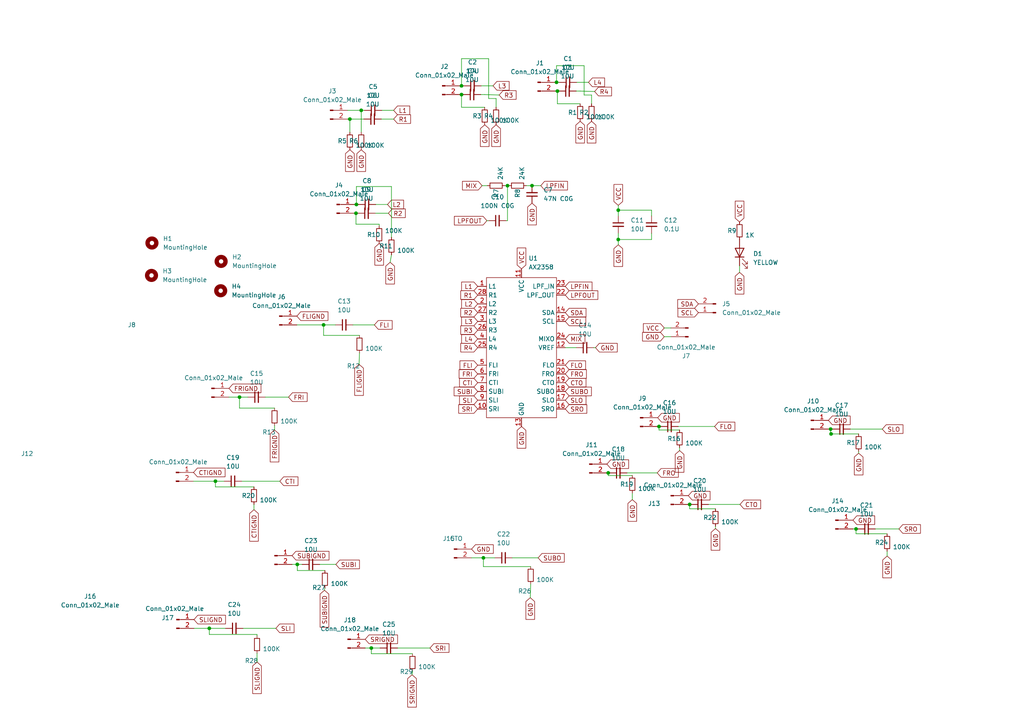
<source format=kicad_sch>
(kicad_sch (version 20211123) (generator eeschema)
  (paper "A4")
  (lib_symbols
    (symbol "Audio:AX2358"
      (property "Reference" "U" (at 0 0 0))
      (property "Value" "AX2358" (at 0 0 0))
      (symbol "AX2358_0_1"
        (polyline (pts (xy -10.16 50.8) (xy -10.16 12.7) (xy 10.16 12.7) (xy 10.16 53.34) (xy -10.16 53.34) (xy -10.16 50.8)))
      )
      (symbol "AX2358_1_1"
        (pin input line (at -12.7 50.8 0) (length 2.54) (name "L1") (number "1"))
        (pin input line (at -12.7 15.24 0) (length 2.54) (name "SRI") (number "10"))
        (pin input line (at 0 55.88 270) (length 2.54) (name "VCC") (number "11"))
        (pin output line (at 12.7 33.02 180) (length 2.54) (name "VREF") (number "12"))
        (pin input line (at 0 10.16 90) (length 2.54) (name "GND") (number "13"))
        (pin bidirectional line (at 12.7 43.18 180) (length 2.54) (name "SDA") (number "14"))
        (pin bidirectional line (at 12.7 40.64 180) (length 2.54) (name "SCL") (number "15"))
        (pin output line (at 12.7 15.24 180) (length 2.54) (name "SRO") (number "16"))
        (pin output line (at 12.7 17.78 180) (length 2.54) (name "SLO") (number "17"))
        (pin output line (at 12.7 20.32 180) (length 2.54) (name "SUBO") (number "18"))
        (pin output line (at 12.7 22.86 180) (length 2.54) (name "CTO") (number "19"))
        (pin input line (at -12.7 45.72 0) (length 2.54) (name "L2") (number "2"))
        (pin output line (at 12.7 25.4 180) (length 2.54) (name "FRO") (number "20"))
        (pin output line (at 12.7 27.94 180) (length 2.54) (name "FLO") (number "21"))
        (pin output line (at 12.7 48.26 180) (length 2.54) (name "LPF_OUT") (number "22"))
        (pin input line (at 12.7 50.8 180) (length 2.54) (name "LPF_IN") (number "23"))
        (pin output line (at 12.7 35.56 180) (length 2.54) (name "MIXO") (number "24"))
        (pin input line (at -12.7 33.02 0) (length 2.54) (name "R4") (number "25"))
        (pin input line (at -12.7 38.1 0) (length 2.54) (name "R3") (number "26"))
        (pin input line (at -12.7 43.18 0) (length 2.54) (name "R2") (number "27"))
        (pin input line (at -12.7 48.26 0) (length 2.54) (name "R1") (number "28"))
        (pin input line (at -12.7 40.64 0) (length 2.54) (name "L3") (number "3"))
        (pin input line (at -12.7 35.56 0) (length 2.54) (name "L4") (number "4"))
        (pin input line (at -12.7 27.94 0) (length 2.54) (name "FLI") (number "5"))
        (pin input line (at -12.7 25.4 0) (length 2.54) (name "FRI") (number "6"))
        (pin input line (at -12.7 22.86 0) (length 2.54) (name "CTI") (number "7"))
        (pin input line (at -12.7 20.32 0) (length 2.54) (name "SUBI") (number "8"))
        (pin input line (at -12.7 17.78 0) (length 2.54) (name "SLI") (number "9"))
      )
    )
    (symbol "Connector:Conn_01x02_Male" (pin_names (offset 1.016) hide)
      (property "Reference" "J" (at 0 2.54 0))
      (property "Value" "Conn_01x02_Male" (at 0 -5.08 0))
      (symbol "Conn_01x02_Male_1_1"
        (polyline (pts (xy 1.27 -2.54) (xy 0.8636 -2.54)) (stroke (width 0.1524)))
        (polyline (pts (xy 1.27 0) (xy 0.8636 0)) (stroke (width 0.1524)))
        (rectangle (start 0.8636 -2.413) (end 0 -2.667) (stroke (width 0.1524)) (fill (type outline)))
        (rectangle (start 0.8636 0.127) (end 0 -0.127) (stroke (width 0.1524)) (fill (type outline)))
        (pin passive line (at 5.08 0 180) (length 3.81) (name "Pin_1") (number "1"))
        (pin passive line (at 5.08 -2.54 180) (length 3.81) (name "Pin_2") (number "2"))
      )
    )
    (symbol "Device:C_Small" (pin_numbers hide) (pin_names (offset 0.254) hide)
      (property "Reference" "C" (at 0.254 1.778 0))
      (property "Value" "C_Small" (at 0.254 -2.032 0))
      (symbol "C_Small_0_1"
        (polyline (pts (xy -1.524 -0.508) (xy 1.524 -0.508)) (stroke (width 0.3302)))
        (polyline (pts (xy -1.524 0.508) (xy 1.524 0.508)) (stroke (width 0.3048)))
      )
      (symbol "C_Small_1_1"
        (pin passive line (at 0 2.54 270) (length 2.032) (name "~") (number "1"))
        (pin passive line (at 0 -2.54 90) (length 2.032) (name "~") (number "2"))
      )
    )
    (symbol "Device:LED" (pin_numbers hide) (pin_names (offset 1.016) hide)
      (property "Reference" "D" (at 0 2.54 0))
      (property "Value" "LED" (at 0 -2.54 0))
      (symbol "LED_0_1"
        (polyline (pts (xy -1.27 -1.27) (xy -1.27 1.27)) (stroke (width 0.254)))
        (polyline (pts (xy -1.27 0) (xy 1.27 0)))
        (polyline (pts (xy 1.27 -1.27) (xy 1.27 1.27) (xy -1.27 0) (xy 1.27 -1.27)) (stroke (width 0.254)))
        (polyline (pts (xy -3.048 -0.762) (xy -4.572 -2.286) (xy -3.81 -2.286) (xy -4.572 -2.286) (xy -4.572 -1.524)))
        (polyline (pts (xy -1.778 -0.762) (xy -3.302 -2.286) (xy -2.54 -2.286) (xy -3.302 -2.286) (xy -3.302 -1.524)))
      )
      (symbol "LED_1_1"
        (pin passive line (at -3.81 0 0) (length 2.54) (name "K") (number "1"))
        (pin passive line (at 3.81 0 180) (length 2.54) (name "A") (number "2"))
      )
    )
    (symbol "Device:R_Small" (pin_numbers hide) (pin_names (offset 0.254) hide)
      (property "Reference" "R" (at 0.762 0.508 0))
      (property "Value" "R_Small" (at 0.762 -1.016 0))
      (symbol "R_Small_0_1"
        (rectangle (start -0.762 1.778) (end 0.762 -1.778) (stroke (width 0.2032)))
      )
      (symbol "R_Small_1_1"
        (pin passive line (at 0 2.54 270) (length 0.762) (name "~") (number "1"))
        (pin passive line (at 0 -2.54 90) (length 0.762) (name "~") (number "2"))
      )
    )
    (symbol "Mechanical:MountingHole" (pin_names (offset 1.016))
      (property "Reference" "H" (at 0 5.08 0))
      (property "Value" "MountingHole" (at 0 3.175 0))
      (symbol "MountingHole_0_1"
        (circle (center 0 0) (radius 1.27) (stroke (width 1.27)))
      )
    )
  )
  (junction (at 69.469 115.189))
  (junction (at 179.324 60.96))
  (junction (at 104.775 32.004))
  (junction (at 161.417 23.876))
  (junction (at 103.378 59.309))
  (junction (at 103.251 61.849))
  (junction (at 241.046 125.857))
  (junction (at 101.473 34.544))
  (junction (at 179.324 69.469))
  (junction (at 60.706 182.245))
  (junction (at 147.193 53.848))
  (junction (at 140.208 161.798))
  (junction (at 176.403 137.16))
  (junction (at 107.696 187.96))
  (junction (at 240.919 124.46))
  (junction (at 93.853 94.234))
  (junction (at 86.233 163.703))
  (junction (at 191.135 123.698))
  (junction (at 133.858 27.432))
  (junction (at 154.305 53.848))
  (junction (at 161.671 26.416))
  (junction (at 248.285 153.416))
  (junction (at 62.484 139.573))
  (junction (at 200.025 146.304))
  (junction (at 133.858 24.892))
  (wire (pts (xy 62.484 139.573) (xy 62.484 141.224)))
  (wire (pts (xy 94.107 171.196) (xy 94.234 170.561)))
  (wire (pts (xy 161.036 26.416) (xy 161.671 26.416)))
  (wire (pts (xy 110.744 32.004) (xy 114.173 32.004)))
  (wire (pts (xy 110.617 34.544) (xy 114.173 34.544)))
  (wire (pts (xy 104.775 32.004) (xy 104.775 38.354)))
  (wire (pts (xy 103.251 61.849) (xy 103.251 65.024)))
  (wire (pts (xy 183.388 143.002) (xy 183.388 144.907)))
  (wire (pts (xy 140.589 27.432) (xy 144.78 27.559)))
  (wire (pts (xy 86.233 163.703) (xy 86.233 165.481)))
  (wire (pts (xy 194.564 97.663) (xy 192.659 97.663)))
  (wire (pts (xy 207.518 152.654) (xy 207.518 153.289)))
  (wire (pts (xy 147.193 53.848) (xy 146.431 53.848)))
  (wire (pts (xy 107.696 187.96) (xy 105.918 187.96)))
  (wire (pts (xy 133.858 24.892) (xy 133.35 24.892)))
  (wire (pts (xy 143.891 31.115) (xy 143.891 28.575)))
  (wire (pts (xy 197.104 129.794) (xy 197.104 130.683)))
  (wire (pts (xy 113.538 54.102) (xy 103.378 54.102)))
  (wire (pts (xy 93.853 97.282) (xy 104.267 97.282)))
  (wire (pts (xy 161.671 30.099) (xy 168.275 30.099)))
  (wire (pts (xy 69.469 115.189) (xy 66.421 115.189)))
  (wire (pts (xy 154.305 53.848) (xy 152.654 53.848)))
  (wire (pts (xy 107.696 189.611) (xy 119.634 189.611)))
  (wire (pts (xy 257.302 159.893) (xy 257.302 161.29)))
  (wire (pts (xy 133.35 27.432) (xy 133.858 27.432)))
  (wire (pts (xy 108.839 61.849) (xy 112.649 61.849)))
  (wire (pts (xy 113.538 73.914) (xy 113.157 76.073)))
  (wire (pts (xy 69.469 118.364) (xy 79.629 118.364)))
  (wire (pts (xy 179.324 70.993) (xy 179.324 69.469)))
  (wire (pts (xy 161.417 19.05) (xy 161.417 23.876)))
  (wire (pts (xy 156.845 53.848) (xy 154.305 53.848)))
  (wire (pts (xy 248.285 153.416) (xy 247.396 153.416)))
  (wire (pts (xy 133.858 31.115) (xy 140.589 31.115)))
  (wire (pts (xy 171.577 30.099) (xy 171.577 27.559)))
  (wire (pts (xy 205.486 146.304) (xy 214.63 146.304)))
  (wire (pts (xy 176.403 137.16) (xy 176.022 137.16)))
  (wire (pts (xy 100.838 34.544) (xy 101.473 34.544)))
  (wire (pts (xy 74.549 192.024) (xy 74.549 189.484)))
  (wire (pts (xy 143.51 161.798) (xy 140.208 161.798)))
  (wire (pts (xy 108.966 59.309) (xy 112.395 59.309)))
  (wire (pts (xy 60.706 182.245) (xy 60.706 184.023)))
  (wire (pts (xy 104.14 105.664) (xy 104.267 102.362)))
  (wire (pts (xy 200.025 146.304) (xy 199.644 146.304)))
  (wire (pts (xy 140.208 161.798) (xy 140.208 164.338)))
  (wire (pts (xy 133.858 27.432) (xy 134.366 27.432)))
  (wire (pts (xy 169.418 27.559) (xy 169.418 19.05)))
  (wire (pts (xy 172.72 100.838) (xy 172.212 100.838)))
  (wire (pts (xy 119.507 195.707) (xy 119.634 194.691)))
  (wire (pts (xy 191.135 124.714) (xy 197.104 124.714)))
  (wire (pts (xy 188.976 60.96) (xy 179.324 60.96)))
  (wire (pts (xy 97.282 94.234) (xy 93.853 94.234)))
  (wire (pts (xy 92.71 163.703) (xy 97.409 163.703)))
  (wire (pts (xy 141.732 17.018) (xy 133.858 17.018)))
  (wire (pts (xy 93.853 94.234) (xy 93.853 97.282)))
  (wire (pts (xy 104.775 32.004) (xy 100.838 32.004)))
  (wire (pts (xy 115.316 187.96) (xy 124.714 187.96)))
  (wire (pts (xy 248.793 153.416) (xy 248.285 153.416)))
  (wire (pts (xy 139.446 27.432) (xy 140.589 27.432)))
  (wire (pts (xy 200.025 147.574) (xy 207.518 147.574)))
  (wire (pts (xy 65.024 139.573) (xy 62.484 139.573)))
  (wire (pts (xy 107.696 187.96) (xy 107.696 189.611)))
  (wire (pts (xy 105.664 32.004) (xy 104.775 32.004)))
  (wire (pts (xy 143.891 28.575) (xy 141.732 28.575)))
  (wire (pts (xy 241.046 125.857) (xy 249.047 125.857)))
  (wire (pts (xy 179.324 60.96) (xy 179.324 62.611)))
  (wire (pts (xy 167.259 23.876) (xy 170.688 23.876)))
  (wire (pts (xy 167.132 100.838) (xy 163.957 100.838)))
  (wire (pts (xy 168.275 26.416) (xy 172.466 26.543)))
  (wire (pts (xy 196.723 123.698) (xy 207.264 123.698)))
  (wire (pts (xy 153.924 169.418) (xy 153.797 173.355)))
  (wire (pts (xy 79.629 124.714) (xy 79.629 123.444)))
  (wire (pts (xy 148.59 161.798) (xy 156.083 161.798)))
  (wire (pts (xy 161.036 23.876) (xy 161.417 23.876)))
  (wire (pts (xy 69.469 115.189) (xy 69.469 118.364)))
  (wire (pts (xy 176.784 137.16) (xy 176.403 137.16)))
  (wire (pts (xy 141.351 53.848) (xy 139.827 53.848)))
  (wire (pts (xy 110.236 187.96) (xy 107.696 187.96)))
  (wire (pts (xy 179.324 59.563) (xy 179.324 60.96)))
  (wire (pts (xy 171.577 27.559) (xy 169.418 27.559)))
  (wire (pts (xy 62.484 141.224) (xy 73.66 141.224)))
  (wire (pts (xy 102.743 59.309) (xy 103.378 59.309)))
  (wire (pts (xy 71.882 115.189) (xy 69.469 115.189)))
  (wire (pts (xy 101.473 34.544) (xy 105.537 34.544)))
  (wire (pts (xy 161.417 23.876) (xy 162.179 23.876)))
  (wire (pts (xy 241.554 124.46) (xy 240.919 124.46)))
  (wire (pts (xy 179.324 69.469) (xy 188.976 69.469)))
  (wire (pts (xy 147.193 64.008) (xy 146.812 64.008)))
  (wire (pts (xy 167.132 26.416) (xy 168.275 26.416)))
  (wire (pts (xy 161.671 26.416) (xy 161.671 30.099)))
  (wire (pts (xy 134.493 24.892) (xy 133.858 24.892)))
  (wire (pts (xy 103.378 54.102) (xy 103.378 59.309)))
  (wire (pts (xy 70.485 182.245) (xy 80.01 182.245)))
  (wire (pts (xy 87.63 163.703) (xy 86.233 163.703)))
  (wire (pts (xy 60.706 182.245) (xy 56.261 182.245)))
  (wire (pts (xy 191.135 123.698) (xy 191.135 124.714)))
  (wire (pts (xy 74.549 184.023) (xy 74.549 184.404)))
  (wire (pts (xy 191.135 123.698) (xy 190.754 123.698)))
  (wire (pts (xy 194.564 95.123) (xy 192.659 95.123)))
  (wire (pts (xy 139.573 24.892) (xy 143.002 24.892)))
  (wire (pts (xy 93.853 94.234) (xy 86.106 94.234)))
  (wire (pts (xy 141.732 28.575) (xy 141.732 17.018)))
  (wire (pts (xy 147.193 53.848) (xy 147.193 64.008)))
  (wire (pts (xy 76.962 115.189) (xy 83.693 115.189)))
  (wire (pts (xy 188.976 69.469) (xy 188.976 67.691)))
  (wire (pts (xy 179.324 69.469) (xy 179.324 67.691)))
  (wire (pts (xy 176.403 137.16) (xy 176.403 137.922)))
  (wire (pts (xy 73.66 147.828) (xy 73.66 146.304)))
  (wire (pts (xy 240.919 125.857) (xy 241.046 125.857)))
  (wire (pts (xy 113.538 68.834) (xy 113.538 54.102)))
  (wire (pts (xy 102.743 61.849) (xy 103.251 61.849)))
  (wire (pts (xy 103.378 59.309) (xy 103.886 59.309)))
  (wire (pts (xy 141.224 64.008) (xy 141.732 64.008)))
  (wire (pts (xy 103.251 65.024) (xy 109.982 65.024)))
  (wire (pts (xy 133.858 27.432) (xy 133.858 31.115)))
  (wire (pts (xy 60.706 184.023) (xy 74.549 184.023)))
  (wire (pts (xy 248.285 154.813) (xy 257.302 154.813)))
  (wire (pts (xy 214.503 78.994) (xy 214.503 77.089)))
  (wire (pts (xy 109.982 65.024) (xy 109.982 65.532)))
  (wire (pts (xy 176.403 137.922) (xy 183.388 137.922)))
  (wire (pts (xy 147.574 53.848) (xy 147.193 53.848)))
  (wire (pts (xy 70.104 139.573) (xy 81.153 139.573)))
  (wire (pts (xy 86.233 163.703) (xy 84.709 163.703)))
  (wire (pts (xy 65.405 182.245) (xy 60.706 182.245)))
  (wire (pts (xy 191.643 123.698) (xy 191.135 123.698)))
  (wire (pts (xy 102.362 94.234) (xy 108.585 94.234)))
  (wire (pts (xy 62.484 139.573) (xy 56.134 139.573)))
  (wire (pts (xy 200.406 146.304) (xy 200.025 146.304)))
  (wire (pts (xy 169.418 19.05) (xy 161.417 19.05)))
  (wire (pts (xy 248.285 153.416) (xy 248.285 154.813)))
  (wire (pts (xy 200.025 146.304) (xy 200.025 147.574)))
  (wire (pts (xy 240.919 124.46) (xy 240.919 125.857)))
  (wire (pts (xy 86.233 165.481) (xy 94.234 165.481)))
  (wire (pts (xy 246.634 124.46) (xy 255.905 124.46)))
  (wire (pts (xy 140.208 164.338) (xy 153.924 164.338)))
  (wire (pts (xy 103.251 61.849) (xy 103.759 61.849)))
  (wire (pts (xy 253.873 153.416) (xy 260.731 153.416)))
  (wire (pts (xy 249.047 130.937) (xy 249.047 131.445)))
  (wire (pts (xy 188.976 62.611) (xy 188.976 60.96)))
  (wire (pts (xy 240.919 124.46) (xy 240.284 124.46)))
  (wire (pts (xy 133.858 17.018) (xy 133.858 24.892)))
  (wire (pts (xy 181.864 137.16) (xy 190.627 137.16)))
  (wire (pts (xy 161.671 26.416) (xy 162.052 26.416)))
  (wire (pts (xy 101.473 34.544) (xy 101.473 38.354)))
  (wire (pts (xy 140.208 161.798) (xy 136.779 161.798)))
  (global_label "R2" (shape input) (at 138.557 90.678 180) (property "Intersheet References" "${INTERSHEET_REFS}" (effects hide)))
  (global_label "GND" (shape input) (at 171.577 35.179 270) (property "Intersheet References" "${INTERSHEET_REFS}" (effects hide)))
  (global_label "GND" (shape input) (at 136.779 159.258 0) (property "Intersheet References" "${INTERSHEET_REFS}" (effects hide)))
  (global_label "LPFIN" (shape input) (at 156.845 53.848 0) (property "Intersheet References" "${INTERSHEET_REFS}" (effects hide)))
  (global_label "GND" (shape input) (at 207.518 153.289 270) (property "Intersheet References" "${INTERSHEET_REFS}" (effects hide)))
  (global_label "GND" (shape input) (at 199.644 143.764 0) (property "Intersheet References" "${INTERSHEET_REFS}" (effects hide)))
  (global_label "R1" (shape input) (at 138.557 85.598 180) (property "Intersheet References" "${INTERSHEET_REFS}" (effects hide)))
  (global_label "GND" (shape input) (at 214.503 78.994 270) (property "Intersheet References" "${INTERSHEET_REFS}" (effects hide)))
  (global_label "FRI" (shape input) (at 138.557 108.458 180) (property "Intersheet References" "${INTERSHEET_REFS}" (effects hide)))
  (global_label "VCC" (shape input) (at 214.503 64.389 90) (property "Intersheet References" "${INTERSHEET_REFS}" (effects hide)))
  (global_label "SLI" (shape input) (at 138.557 116.078 180) (property "Intersheet References" "${INTERSHEET_REFS}" (effects hide)))
  (global_label "SUBIGND" (shape input) (at 84.709 161.163 0) (property "Intersheet References" "${INTERSHEET_REFS}" (effects hide)))
  (global_label "CTIGND" (shape input) (at 56.134 137.033 0) (property "Intersheet References" "${INTERSHEET_REFS}" (effects hide)))
  (global_label "FLI" (shape input) (at 108.585 94.234 0) (property "Intersheet References" "${INTERSHEET_REFS}" (effects hide)))
  (global_label "SLIGND" (shape input) (at 56.261 179.705 0) (property "Intersheet References" "${INTERSHEET_REFS}" (effects hide)))
  (global_label "GND" (shape input) (at 168.275 35.179 270) (property "Intersheet References" "${INTERSHEET_REFS}" (effects hide)))
  (global_label "GND" (shape input) (at 104.775 43.434 270) (property "Intersheet References" "${INTERSHEET_REFS}" (effects hide)))
  (global_label "SCL" (shape input) (at 163.957 93.218 0) (property "Intersheet References" "${INTERSHEET_REFS}" (effects hide)))
  (global_label "SRIGND" (shape input) (at 105.918 185.42 0) (property "Intersheet References" "${INTERSHEET_REFS}" (effects hide)))
  (global_label "L4" (shape input) (at 138.557 98.298 180) (property "Intersheet References" "${INTERSHEET_REFS}" (effects hide)))
  (global_label "GND" (shape input) (at 257.302 161.29 270) (property "Intersheet References" "${INTERSHEET_REFS}" (effects hide)))
  (global_label "VCC" (shape input) (at 151.257 77.978 90) (property "Intersheet References" "${INTERSHEET_REFS}" (effects hide)))
  (global_label "GND" (shape input) (at 183.388 144.907 270) (property "Intersheet References" "${INTERSHEET_REFS}" (effects hide)))
  (global_label "L1" (shape input) (at 114.173 32.004 0) (property "Intersheet References" "${INTERSHEET_REFS}" (effects hide)))
  (global_label "GND" (shape input) (at 143.891 36.195 270) (property "Intersheet References" "${INTERSHEET_REFS}" (effects hide)))
  (global_label "SLO" (shape input) (at 255.905 124.46 0) (property "Intersheet References" "${INTERSHEET_REFS}" (effects hide)))
  (global_label "LPFOUT" (shape input) (at 163.957 85.598 0) (property "Intersheet References" "${INTERSHEET_REFS}" (effects hide)))
  (global_label "FRIGND" (shape input) (at 66.421 112.649 0) (property "Intersheet References" "${INTERSHEET_REFS}" (effects hide)))
  (global_label "L2" (shape input) (at 112.395 59.309 0) (property "Intersheet References" "${INTERSHEET_REFS}" (effects hide)))
  (global_label "LPFIN" (shape input) (at 163.957 83.058 0) (property "Intersheet References" "${INTERSHEET_REFS}" (effects hide)))
  (global_label "R3" (shape input) (at 144.78 27.559 0) (property "Intersheet References" "${INTERSHEET_REFS}" (effects hide)))
  (global_label "VCC" (shape input) (at 179.324 59.563 90) (property "Intersheet References" "${INTERSHEET_REFS}" (effects hide)))
  (global_label "GND" (shape input) (at 176.022 134.62 0) (property "Intersheet References" "${INTERSHEET_REFS}" (effects hide)))
  (global_label "GND" (shape input) (at 247.396 150.876 0) (property "Intersheet References" "${INTERSHEET_REFS}" (effects hide)))
  (global_label "MIX" (shape input) (at 163.957 98.298 0) (property "Intersheet References" "${INTERSHEET_REFS}" (effects hide)))
  (global_label "R2" (shape input) (at 112.649 61.849 0) (property "Intersheet References" "${INTERSHEET_REFS}" (effects hide)))
  (global_label "SLI" (shape input) (at 80.01 182.245 0) (property "Intersheet References" "${INTERSHEET_REFS}" (effects hide)))
  (global_label "FRI" (shape input) (at 83.693 115.189 0) (property "Intersheet References" "${INTERSHEET_REFS}" (effects hide)))
  (global_label "R4" (shape input) (at 172.466 26.543 0) (property "Intersheet References" "${INTERSHEET_REFS}" (effects hide)))
  (global_label "SUBO" (shape input) (at 163.957 113.538 0) (property "Intersheet References" "${INTERSHEET_REFS}" (effects hide)))
  (global_label "GND" (shape input) (at 240.284 121.92 0) (property "Intersheet References" "${INTERSHEET_REFS}" (effects hide)))
  (global_label "GND" (shape input) (at 179.324 70.993 270) (property "Intersheet References" "${INTERSHEET_REFS}" (effects hide)))
  (global_label "SDA" (shape input) (at 202.565 88.138 180) (property "Intersheet References" "${INTERSHEET_REFS}" (effects hide)))
  (global_label "GND" (shape input) (at 151.257 123.698 270) (property "Intersheet References" "${INTERSHEET_REFS}" (effects hide)))
  (global_label "SLIGND" (shape input) (at 74.549 192.024 270) (property "Intersheet References" "${INTERSHEET_REFS}" (effects hide)))
  (global_label "SRIGND" (shape input) (at 119.507 195.707 270) (property "Intersheet References" "${INTERSHEET_REFS}" (effects hide)))
  (global_label "L2" (shape input) (at 138.557 88.138 180) (property "Intersheet References" "${INTERSHEET_REFS}" (effects hide)))
  (global_label "FRO" (shape input) (at 190.627 137.16 0) (property "Intersheet References" "${INTERSHEET_REFS}" (effects hide)))
  (global_label "R1" (shape input) (at 114.173 34.544 0) (property "Intersheet References" "${INTERSHEET_REFS}" (effects hide)))
  (global_label "GND" (shape input) (at 140.589 36.195 270) (property "Intersheet References" "${INTERSHEET_REFS}" (effects hide)))
  (global_label "SUBIGND" (shape input) (at 94.107 171.196 270) (property "Intersheet References" "${INTERSHEET_REFS}" (effects hide)))
  (global_label "SDA" (shape input) (at 163.957 90.678 0) (property "Intersheet References" "${INTERSHEET_REFS}" (effects hide)))
  (global_label "GND" (shape input) (at 197.104 130.683 270) (property "Intersheet References" "${INTERSHEET_REFS}" (effects hide)))
  (global_label "FLIGND" (shape input) (at 104.14 105.664 270) (property "Intersheet References" "${INTERSHEET_REFS}" (effects hide)))
  (global_label "FRIGND" (shape input) (at 79.629 124.714 270) (property "Intersheet References" "${INTERSHEET_REFS}" (effects hide)))
  (global_label "SRO" (shape input) (at 163.957 118.618 0) (property "Intersheet References" "${INTERSHEET_REFS}" (effects hide)))
  (global_label "L1" (shape input) (at 138.557 83.058 180) (property "Intersheet References" "${INTERSHEET_REFS}" (effects hide)))
  (global_label "FLIGND" (shape input) (at 86.106 91.694 0) (property "Intersheet References" "${INTERSHEET_REFS}" (effects hide)))
  (global_label "CTIGND" (shape input) (at 73.66 147.828 270) (property "Intersheet References" "${INTERSHEET_REFS}" (effects hide)))
  (global_label "SCL" (shape input) (at 202.565 90.678 180) (property "Intersheet References" "${INTERSHEET_REFS}" (effects hide)))
  (global_label "GND" (shape input) (at 109.982 70.612 270) (property "Intersheet References" "${INTERSHEET_REFS}" (effects hide)))
  (global_label "SLO" (shape input) (at 163.957 116.078 0) (property "Intersheet References" "${INTERSHEET_REFS}" (effects hide)))
  (global_label "R4" (shape input) (at 138.557 100.838 180) (property "Intersheet References" "${INTERSHEET_REFS}" (effects hide)))
  (global_label "L4" (shape input) (at 170.688 23.876 0) (property "Intersheet References" "${INTERSHEET_REFS}" (effects hide)))
  (global_label "GND" (shape input) (at 101.473 43.434 270) (property "Intersheet References" "${INTERSHEET_REFS}" (effects hide)))
  (global_label "FRO" (shape input) (at 163.957 108.458 0) (property "Intersheet References" "${INTERSHEET_REFS}" (effects hide)))
  (global_label "L3" (shape input) (at 138.557 93.218 180) (property "Intersheet References" "${INTERSHEET_REFS}" (effects hide)))
  (global_label "SRI" (shape input) (at 138.557 118.618 180) (property "Intersheet References" "${INTERSHEET_REFS}" (effects hide)))
  (global_label "SRI" (shape input) (at 124.714 187.96 0) (property "Intersheet References" "${INTERSHEET_REFS}" (effects hide)))
  (global_label "FLO" (shape input) (at 163.957 105.918 0) (property "Intersheet References" "${INTERSHEET_REFS}" (effects hide)))
  (global_label "SUBI" (shape input) (at 97.409 163.703 0) (property "Intersheet References" "${INTERSHEET_REFS}" (effects hide)))
  (global_label "CTI" (shape input) (at 138.557 110.998 180) (property "Intersheet References" "${INTERSHEET_REFS}" (effects hide)))
  (global_label "GND" (shape input) (at 172.72 100.838 0) (property "Intersheet References" "${INTERSHEET_REFS}" (effects hide)))
  (global_label "SUBO" (shape input) (at 156.083 161.798 0) (property "Intersheet References" "${INTERSHEET_REFS}" (effects hide)))
  (global_label "LPFOUT" (shape input) (at 141.224 64.008 180) (property "Intersheet References" "${INTERSHEET_REFS}" (effects hide)))
  (global_label "GND" (shape input) (at 192.659 97.663 180) (property "Intersheet References" "${INTERSHEET_REFS}" (effects hide)))
  (global_label "FLO" (shape input) (at 207.264 123.698 0) (property "Intersheet References" "${INTERSHEET_REFS}" (effects hide)))
  (global_label "MIX" (shape input) (at 139.827 53.848 180) (property "Intersheet References" "${INTERSHEET_REFS}" (effects hide)))
  (global_label "GND" (shape input) (at 153.797 173.355 270) (property "Intersheet References" "${INTERSHEET_REFS}" (effects hide)))
  (global_label "CTO" (shape input) (at 163.957 110.998 0) (property "Intersheet References" "${INTERSHEET_REFS}" (effects hide)))
  (global_label "GND" (shape input) (at 113.157 76.073 270) (property "Intersheet References" "${INTERSHEET_REFS}" (effects hide)))
  (global_label "GND" (shape input) (at 190.754 121.158 0) (property "Intersheet References" "${INTERSHEET_REFS}" (effects hide)))
  (global_label "FLI" (shape input) (at 138.557 105.918 180) (property "Intersheet References" "${INTERSHEET_REFS}" (effects hide)))
  (global_label "CTO" (shape input) (at 214.63 146.304 0) (property "Intersheet References" "${INTERSHEET_REFS}" (effects hide)))
  (global_label "R3" (shape input) (at 138.557 95.758 180) (property "Intersheet References" "${INTERSHEET_REFS}" (effects hide)))
  (global_label "GND" (shape input) (at 249.047 131.445 270) (property "Intersheet References" "${INTERSHEET_REFS}" (effects hide)))
  (global_label "SUBI" (shape input) (at 138.557 113.538 180) (property "Intersheet References" "${INTERSHEET_REFS}" (effects hide)))
  (global_label "GND" (shape input) (at 154.305 58.928 270) (property "Intersheet References" "${INTERSHEET_REFS}" (effects hide)))
  (global_label "VCC" (shape input) (at 192.659 95.123 180) (property "Intersheet References" "${INTERSHEET_REFS}" (effects hide)))
  (global_label "L3" (shape input) (at 143.002 24.892 0) (property "Intersheet References" "${INTERSHEET_REFS}" (effects hide)))
  (global_label "SRO" (shape input) (at 260.731 153.416 0) (property "Intersheet References" "${INTERSHEET_REFS}" (effects hide)))
  (global_label "CTI" (shape input) (at 81.153 139.573 0) (property "Intersheet References" "${INTERSHEET_REFS}" (effects hide)))
  (symbol (lib_id "Device:C_Small") (at 67.564 139.573 90) (unit 1)
    (property "Reference" "C19" (at 67.5703 132.715 90))
    (property "Value" "10U" (at 67.5703 135.255 90))
    (property "Footprint" "Capacitor_THT:CP_Radial_D5.0mm_P2.50mm" (effects hide))
  )
  (symbol (lib_id "Device:R_Small") (at 143.891 53.848 90) (unit 1)
    (property "Reference" "R7" (at 143.891 57.404 0) (effects (justify left)))
    (property "Value" "24K" (at 145.1609 52.197 0) (effects (justify left)))
    (property "Footprint" "Resistor_SMD:R_0805_2012Metric_Pad1.20x1.40mm_HandSolder" (effects hide))
  )
  (symbol (lib_id "Connector:Conn_01x02_Male") (at 97.663 59.309 0) (unit 1)
    (property "Reference" "J4" (at 98.298 53.721 0))
    (property "Value" "Conn_01x02_Male" (at 98.298 56.261 0))
    (property "Footprint" "Connector_JST:JST_PH_B2B-PH-K_1x02_P2.00mm_Vertical" (effects hide))
  )
  (symbol (lib_id "Device:R_Small") (at 109.982 68.072 0) (unit 1)
    (property "Reference" "R10" (at 106.426 68.072 0) (effects (justify left)))
    (property "Value" "100K" (at 111.633 66.929 0) (effects (justify left)))
    (property "Footprint" "Resistor_SMD:R_0805_2012Metric_Pad1.20x1.40mm_HandSolder" (effects hide))
  )
  (symbol (lib_id "Device:R_Small") (at 171.577 32.639 0) (unit 1)
    (property "Reference" "R2" (at 168.021 32.639 0) (effects (justify left)))
    (property "Value" "100K" (at 173.228 33.9089 0) (effects (justify left)))
    (property "Footprint" "Resistor_SMD:R_0805_2012Metric_Pad1.20x1.40mm_HandSolder" (effects hide))
  )
  (symbol (lib_id "Device:R_Small") (at 153.924 166.878 0) (unit 1)
    (property "Reference" "R26" (at 150.241 171.45 0) (effects (justify left)))
    (property "Value" "100K" (at 155.575 168.1479 0) (effects (justify left)))
    (property "Footprint" "Resistor_SMD:R_0805_2012Metric_Pad1.20x1.40mm_HandSolder" (effects hide))
  )
  (symbol (lib_id "Connector:Conn_01x02_Male") (at 100.838 185.42 0) (unit 1)
    (property "Reference" "J18" (at 101.473 179.832 0))
    (property "Value" "Conn_01x02_Male" (at 101.473 182.372 0))
    (property "Footprint" "Connector_JST:JST_PH_B2B-PH-K_1x02_P2.00mm_Vertical" (effects hide))
  )
  (symbol (lib_id "Device:R_Small") (at 140.589 33.655 0) (unit 1)
    (property "Reference" "R3" (at 137.033 33.655 0) (effects (justify left)))
    (property "Value" "100K" (at 142.24 34.9249 0) (effects (justify left)))
    (property "Footprint" "Resistor_SMD:R_0805_2012Metric_Pad1.20x1.40mm_HandSolder" (effects hide))
  )
  (symbol (lib_id "Connector:Conn_01x02_Male") (at 235.204 121.92 0) (unit 1)
    (property "Reference" "J10" (at 235.839 116.332 0))
    (property "Value" "Conn_01x02_Male" (at 235.839 118.872 0))
    (property "Footprint" "Connector_JST:JST_PH_B2B-PH-K_1x02_P2.00mm_Vertical" (effects hide))
  )
  (symbol (lib_id "Connector:Conn_01x02_Male") (at 155.956 23.876 0) (unit 1)
    (property "Reference" "J1" (at 156.591 18.288 0))
    (property "Value" "Conn_01x02_Male" (at 156.591 20.828 0))
    (property "Footprint" "Connector_JST:JST_PH_B2B-PH-K_1x02_P2.00mm_Vertical" (effects hide))
  )
  (symbol (lib_id "Device:C_Small") (at 99.822 94.234 90) (unit 1)
    (property "Reference" "C13" (at 99.8283 87.376 90))
    (property "Value" "10U" (at 99.8283 89.916 90))
    (property "Footprint" "Capacitor_THT:CP_Radial_D5.0mm_P2.50mm" (effects hide))
  )
  (symbol (lib_id "Connector:Conn_01x02_Male") (at 170.942 134.62 0) (unit 1)
    (property "Reference" "J11" (at 171.577 129.032 0))
    (property "Value" "Conn_01x02_Male" (at 171.577 131.572 0))
    (property "Footprint" "Connector_JST:JST_PH_B2B-PH-K_1x02_P2.00mm_Vertical" (effects hide))
  )
  (symbol (lib_id "Device:R_Small") (at 79.629 120.904 0) (unit 1)
    (property "Reference" "R13" (at 76.073 125.349 0) (effects (justify left)))
    (property "Value" "100K" (at 81.28 122.1739 0) (effects (justify left)))
    (property "Footprint" "Resistor_SMD:R_0805_2012Metric_Pad1.20x1.40mm_HandSolder" (effects hide))
  )
  (symbol (lib_id "Device:C_Small") (at 136.906 27.432 90) (unit 1)
    (property "Reference" "C4" (at 136.9123 20.574 90))
    (property "Value" "10U" (at 136.9123 23.114 90))
    (property "Footprint" "Capacitor_THT:CP_Radial_D5.0mm_P2.50mm" (effects hide))
  )
  (symbol (lib_id "Connector:Conn_01x02_Male") (at 51.181 179.705 0) (unit 1)
    (property "Reference" "J17" (at 48.641 179.197 0))
    (property "Value" "Conn_01x02_Male" (at 50.673 176.53 0))
    (property "Footprint" "Connector_JST:JST_PH_B2B-PH-K_1x02_P2.00mm_Vertical" (effects hide))
  )
  (symbol (lib_id "Device:C_Small") (at 164.592 26.416 90) (unit 1)
    (property "Reference" "C3" (at 164.5983 19.558 90))
    (property "Value" "10U" (at 164.5983 22.098 90))
    (property "Footprint" "Capacitor_THT:CP_Radial_D5.0mm_P2.50mm" (effects hide))
  )
  (symbol (lib_id "Device:R_Small") (at 104.775 40.894 0) (unit 1)
    (property "Reference" "R6" (at 101.219 40.894 0) (effects (justify left)))
    (property "Value" "100K" (at 106.426 42.1639 0) (effects (justify left)))
    (property "Footprint" "Resistor_SMD:R_0805_2012Metric_Pad1.20x1.40mm_HandSolder" (effects hide))
  )
  (symbol (lib_id "Connector:Conn_01x02_Male") (at 95.758 32.004 0) (unit 1)
    (property "Reference" "J3" (at 96.393 26.416 0))
    (property "Value" "Conn_01x02_Male" (at 96.393 28.956 0))
    (property "Footprint" "Connector_JST:JST_PH_B2B-PH-K_1x02_P2.00mm_Vertical" (effects hide))
  )
  (symbol (lib_id "Device:R_Small") (at 150.114 53.848 90) (unit 1)
    (property "Reference" "R8" (at 150.114 57.404 0) (effects (justify left)))
    (property "Value" "24K" (at 151.3839 52.197 0) (effects (justify left)))
    (property "Footprint" "Resistor_SMD:R_0805_2012Metric_Pad1.20x1.40mm_HandSolder" (effects hide))
  )
  (symbol (lib_id "Mechanical:MountingHole") (at 64.135 75.819 0) (unit 1)
    (property "Reference" "H2" (at 67.31 74.5489 0) (effects (justify left)))
    (property "Value" "MountingHole" (at 67.31 77.0889 0) (effects (justify left)))
    (property "Footprint" "MountingHole:MountingHole_3.2mm_M3" (effects hide))
  )
  (symbol (lib_id "Connector:Conn_01x02_Male") (at 131.699 159.258 0) (unit 1)
    (property "Reference" "J15" (at 130.175 156.21 0))
    (property "Value" "CTO" (at 132.334 156.21 0))
    (property "Footprint" "Connector_JST:JST_PH_B2B-PH-K_1x02_P2.00mm_Vertical" (effects hide))
  )
  (symbol (lib_id "Connector:Conn_01x02_Male") (at 242.316 150.876 0) (unit 1)
    (property "Reference" "J14" (at 242.951 145.288 0))
    (property "Value" "Conn_01x02_Male" (at 242.951 147.828 0))
    (property "Footprint" "Connector_JST:JST_PH_B2B-PH-K_1x02_P2.00mm_Vertical" (effects hide))
  )
  (symbol (lib_id "Audio:AX2358") (at 151.257 133.858 0) (unit 1)
    (property "Reference" "U1" (at 153.2764 74.93 0) (effects (justify left)))
    (property "Value" "AX2358" (at 153.2764 77.47 0) (effects (justify left)))
    (property "Footprint" "Package_SO:SOIC-28W_7.5x18.7mm_P1.27mm" (effects hide))
  )
  (symbol (lib_id "Device:R_Small") (at 94.234 168.021 0) (unit 1)
    (property "Reference" "R27" (at 90.551 170.434 0) (effects (justify left)))
    (property "Value" "100K" (at 95.885 169.2909 0) (effects (justify left)))
    (property "Footprint" "Resistor_SMD:R_0805_2012Metric_Pad1.20x1.40mm_HandSolder" (effects hide))
  )
  (symbol (lib_id "Mechanical:MountingHole") (at 44.069 70.485 0) (unit 1)
    (property "Reference" "H1" (at 47.244 69.2149 0) (effects (justify left)))
    (property "Value" "MountingHole" (at 47.244 71.7549 0) (effects (justify left)))
    (property "Footprint" "MountingHole:MountingHole_3.2mm_M3" (effects hide))
  )
  (symbol (lib_id "Connector:Conn_01x02_Male") (at 51.054 137.033 0) (unit 1)
    (property "Reference" "J12" (at 7.874 131.572 0))
    (property "Value" "Conn_01x02_Male" (at 51.689 133.985 0))
    (property "Footprint" "Connector_JST:JST_PH_B2B-PH-K_1x02_P2.00mm_Vertical" (effects hide))
  )
  (symbol (lib_id "Device:C_Small") (at 74.422 115.189 90) (unit 1)
    (property "Reference" "C15" (at 74.4283 108.331 90))
    (property "Value" "10U" (at 74.4283 110.871 90))
    (property "Footprint" "Capacitor_THT:CP_Radial_D5.0mm_P2.50mm" (effects hide))
  )
  (symbol (lib_id "Device:R_Small") (at 113.538 71.374 0) (unit 1)
    (property "Reference" "R11" (at 109.982 71.374 0) (effects (justify left)))
    (property "Value" "100K" (at 115.189 72.6439 0) (effects (justify left)))
    (property "Footprint" "Resistor_SMD:R_0805_2012Metric_Pad1.20x1.40mm_HandSolder" (effects hide))
  )
  (symbol (lib_id "Device:C_Small") (at 67.945 182.245 90) (unit 1)
    (property "Reference" "C24" (at 67.9513 175.387 90))
    (property "Value" "10U" (at 67.9513 177.927 90))
    (property "Footprint" "Capacitor_THT:CP_Radial_D5.0mm_P2.50mm" (effects hide))
  )
  (symbol (lib_id "Device:R_Small") (at 197.104 127.254 0) (unit 1)
    (property "Reference" "R16" (at 193.548 127.254 0) (effects (justify left)))
    (property "Value" "100K" (at 198.755 128.5239 0) (effects (justify left)))
    (property "Footprint" "Resistor_SMD:R_0805_2012Metric_Pad1.20x1.40mm_HandSolder" (effects hide))
  )
  (symbol (lib_id "Connector:Conn_01x02_Male") (at 61.341 112.649 0) (unit 1)
    (property "Reference" "J8" (at 38.227 94.234 0))
    (property "Value" "Conn_01x02_Male" (at 61.976 109.601 0))
    (property "Footprint" "Connector_JST:JST_PH_B2B-PH-K_1x02_P2.00mm_Vertical" (effects hide))
  )
  (symbol (lib_id "Device:R_Small") (at 214.503 66.929 0) (unit 1)
    (property "Reference" "R9" (at 210.947 66.929 0) (effects (justify left)))
    (property "Value" "1K" (at 216.154 68.1989 0) (effects (justify left)))
    (property "Footprint" "Resistor_SMD:R_0603_1608Metric_Pad0.98x0.95mm_HandSolder" (effects hide))
  )
  (symbol (lib_id "Device:R_Small") (at 119.634 192.151 0) (unit 1)
    (property "Reference" "R29" (at 115.951 194.818 0) (effects (justify left)))
    (property "Value" "100K" (at 121.285 193.4209 0) (effects (justify left)))
    (property "Footprint" "Resistor_SMD:R_0805_2012Metric_Pad1.20x1.40mm_HandSolder" (effects hide))
  )
  (symbol (lib_id "Connector:Conn_01x02_Male") (at 81.026 91.694 0) (unit 1)
    (property "Reference" "J6" (at 81.661 86.106 0))
    (property "Value" "Conn_01x02_Male" (at 81.661 88.646 0))
    (property "Footprint" "Connector_JST:JST_PH_B2B-PH-K_1x02_P2.00mm_Vertical" (effects hide))
  )
  (symbol (lib_id "Device:C_Small") (at 90.17 163.703 90) (unit 1)
    (property "Reference" "C23" (at 90.1763 156.845 90))
    (property "Value" "10U" (at 90.1763 159.385 90))
    (property "Footprint" "Capacitor_THT:CP_Radial_D5.0mm_P2.50mm" (effects hide))
  )
  (symbol (lib_id "Device:C_Small") (at 106.299 61.849 90) (unit 1)
    (property "Reference" "C9" (at 106.3053 54.991 90))
    (property "Value" "10U" (at 106.3053 57.531 90))
    (property "Footprint" "Capacitor_THT:CP_Radial_D5.0mm_P2.50mm" (effects hide))
  )
  (symbol (lib_id "Device:C_Small") (at 108.204 32.004 90) (unit 1)
    (property "Reference" "C5" (at 108.2103 25.146 90))
    (property "Value" "10U" (at 108.2103 27.686 90))
    (property "Footprint" "Capacitor_THT:CP_Radial_D5.0mm_P2.50mm" (effects hide))
  )
  (symbol (lib_id "Connector:Conn_01x02_Male") (at 79.629 161.163 0) (unit 1)
    (property "Reference" "J16" (at 26.162 172.974 0))
    (property "Value" "Conn_01x02_Male" (at 26.162 175.514 0))
    (property "Footprint" "Connector_JST:JST_PH_B2B-PH-K_1x02_P2.00mm_Vertical" (effects hide))
  )
  (symbol (lib_id "Connector:Conn_01x02_Male") (at 128.27 24.892 0) (unit 1)
    (property "Reference" "J2" (at 128.905 19.304 0))
    (property "Value" "Conn_01x02_Male" (at 128.905 21.844 0))
    (property "Footprint" "Connector_JST:JST_PH_B2B-PH-K_1x02_P2.00mm_Vertical" (effects hide))
  )
  (symbol (lib_id "Device:C_Small") (at 164.719 23.876 90) (unit 1)
    (property "Reference" "C1" (at 164.7253 17.018 90))
    (property "Value" "10U" (at 164.7253 19.558 90))
    (property "Footprint" "Capacitor_THT:CP_Radial_D5.0mm_P2.50mm" (effects hide))
  )
  (symbol (lib_id "Device:R_Small") (at 257.302 157.353 0) (unit 1)
    (property "Reference" "R24" (at 253.746 157.353 0) (effects (justify left)))
    (property "Value" "100K" (at 258.953 158.6229 0) (effects (justify left)))
    (property "Footprint" "Resistor_SMD:R_0805_2012Metric_Pad1.20x1.40mm_HandSolder" (effects hide))
  )
  (symbol (lib_id "Connector:Conn_01x02_Male") (at 199.644 97.663 180) (unit 1)
    (property "Reference" "J7" (at 199.009 103.251 0))
    (property "Value" "Conn_01x02_Male" (at 199.009 100.711 0))
    (property "Footprint" "Connector_JST:JST_PH_B2B-PH-K_1x02_P2.00mm_Vertical" (effects hide))
  )
  (symbol (lib_id "Device:R_Small") (at 207.518 150.114 0) (unit 1)
    (property "Reference" "R22" (at 203.962 150.114 0) (effects (justify left)))
    (property "Value" "100K" (at 209.169 151.3839 0) (effects (justify left)))
    (property "Footprint" "Resistor_SMD:R_0805_2012Metric_Pad1.20x1.40mm_HandSolder" (effects hide))
  )
  (symbol (lib_id "Mechanical:MountingHole") (at 64.008 84.328 0) (unit 1)
    (property "Reference" "H4" (at 67.183 83.0579 0) (effects (justify left)))
    (property "Value" "MountingHole" (at 67.183 85.5979 0) (effects (justify left)))
    (property "Footprint" "MountingHole:MountingHole_3.2mm_M3" (effects hide))
  )
  (symbol (lib_id "Device:R_Small") (at 74.549 186.944 0) (unit 1)
    (property "Reference" "R28" (at 70.993 191.643 0) (effects (justify left)))
    (property "Value" "100K" (at 76.2 188.2139 0) (effects (justify left)))
    (property "Footprint" "Resistor_SMD:R_0805_2012Metric_Pad1.20x1.40mm_HandSolder" (effects hide))
  )
  (symbol (lib_id "Device:C_Small") (at 154.305 56.388 180) (unit 1)
    (property "Reference" "C7" (at 157.607 55.1115 0) (effects (justify right)))
    (property "Value" "47N C0G" (at 157.607 57.6515 0) (effects (justify right)))
    (property "Footprint" "Capacitor_SMD:C_1206_3216Metric_Pad1.33x1.80mm_HandSolder" (effects hide))
  )
  (symbol (lib_id "Device:R_Small") (at 143.891 33.655 0) (unit 1)
    (property "Reference" "R4" (at 140.335 33.655 0) (effects (justify left)))
    (property "Value" "100K" (at 145.542 34.9249 0) (effects (justify left)))
    (property "Footprint" "Resistor_SMD:R_0805_2012Metric_Pad1.20x1.40mm_HandSolder" (effects hide))
  )
  (symbol (lib_id "Device:C_Small") (at 144.272 64.008 90) (unit 1)
    (property "Reference" "C10" (at 144.2783 57.15 90))
    (property "Value" "100N C0G" (at 144.2783 59.69 90))
    (property "Footprint" "Capacitor_SMD:C_1206_3216Metric_Pad1.33x1.80mm_HandSolder" (effects hide))
  )
  (symbol (lib_id "Device:C_Small") (at 202.946 146.304 90) (unit 1)
    (property "Reference" "C20" (at 202.9523 139.446 90))
    (property "Value" "10U" (at 202.9523 141.986 90))
    (property "Footprint" "Capacitor_THT:CP_Radial_D5.0mm_P2.50mm" (effects hide))
  )
  (symbol (lib_id "Device:C_Small") (at 194.183 123.698 90) (unit 1)
    (property "Reference" "C16" (at 194.1893 116.84 90))
    (property "Value" "10U" (at 194.1893 119.38 90))
    (property "Footprint" "Capacitor_THT:CP_Radial_D5.0mm_P2.50mm" (effects hide))
  )
  (symbol (lib_id "Device:C_Small") (at 179.324 137.16 90) (unit 1)
    (property "Reference" "C18" (at 179.3303 130.302 90))
    (property "Value" "10U" (at 179.3303 132.842 90))
    (property "Footprint" "Capacitor_THT:CP_Radial_D5.0mm_P2.50mm" (effects hide))
  )
  (symbol (lib_id "Connector:Conn_01x02_Male") (at 207.645 90.678 180) (unit 1)
    (property "Reference" "J5" (at 209.423 88.1379 0) (effects (justify right)))
    (property "Value" "Conn_01x02_Male" (at 209.423 90.6779 0) (effects (justify right)))
    (property "Footprint" "Connector_JST:JST_PH_B2B-PH-K_1x02_P2.00mm_Vertical" (effects hide))
  )
  (symbol (lib_id "Device:C_Small") (at 251.333 153.416 90) (unit 1)
    (property "Reference" "C21" (at 251.3393 146.558 90))
    (property "Value" "10U" (at 251.3393 149.098 90))
    (property "Footprint" "Capacitor_THT:CP_Radial_D5.0mm_P2.50mm" (effects hide))
  )
  (symbol (lib_id "Device:C_Small") (at 188.976 65.151 0) (unit 1)
    (property "Reference" "C12" (at 192.532 63.8872 0) (effects (justify left)))
    (property "Value" "0.1U" (at 192.532 66.4272 0) (effects (justify left)))
    (property "Footprint" "Capacitor_SMD:C_0805_2012Metric_Pad1.18x1.45mm_HandSolder" (effects hide))
  )
  (symbol (lib_id "Device:C_Small") (at 179.324 65.151 0) (unit 1)
    (property "Reference" "C11" (at 182.88 63.8872 0) (effects (justify left)))
    (property "Value" "10U" (at 182.88 66.4272 0) (effects (justify left)))
    (property "Footprint" "Capacitor_SMD:C_1206_3216Metric_Pad1.33x1.80mm_HandSolder" (effects hide))
  )
  (symbol (lib_id "Device:LED") (at 214.503 73.279 90) (unit 1)
    (property "Reference" "D1" (at 218.44 73.5964 90) (effects (justify right)))
    (property "Value" "YELLOW" (at 218.44 76.1364 90) (effects (justify right)))
    (property "Footprint" "LED_SMD:LED_0805_2012Metric_Pad1.15x1.40mm_HandSolder" (effects hide))
  )
  (symbol (lib_id "Mechanical:MountingHole") (at 43.942 79.883 0) (unit 1)
    (property "Reference" "H3" (at 47.117 78.6129 0) (effects (justify left)))
    (property "Value" "MountingHole" (at 47.117 81.1529 0) (effects (justify left)))
    (property "Footprint" "MountingHole:MountingHole_3.2mm_M3" (effects hide))
  )
  (symbol (lib_id "Connector:Conn_01x02_Male") (at 185.674 121.158 0) (unit 1)
    (property "Reference" "J9" (at 186.309 115.57 0))
    (property "Value" "Conn_01x02_Male" (at 186.309 118.11 0))
    (property "Footprint" "Connector_JST:JST_PH_B2B-PH-K_1x02_P2.00mm_Vertical" (effects hide))
  )
  (symbol (lib_id "Device:R_Small") (at 168.275 32.639 0) (unit 1)
    (property "Reference" "R1" (at 164.719 32.639 0) (effects (justify left)))
    (property "Value" "100K" (at 169.926 33.9089 0) (effects (justify left)))
    (property "Footprint" "Resistor_SMD:R_0805_2012Metric_Pad1.20x1.40mm_HandSolder" (effects hide))
  )
  (symbol (lib_id "Device:C_Small") (at 244.094 124.46 90) (unit 1)
    (property "Reference" "C17" (at 244.1003 117.602 90))
    (property "Value" "10U" (at 244.1003 120.142 90))
    (property "Footprint" "Capacitor_THT:CP_Radial_D5.0mm_P2.50mm" (effects hide))
  )
  (symbol (lib_id "Device:R_Small") (at 104.267 99.822 0) (unit 1)
    (property "Reference" "R12" (at 100.584 106.172 0) (effects (justify left)))
    (property "Value" "100K" (at 105.918 101.0919 0) (effects (justify left)))
    (property "Footprint" "Resistor_SMD:R_0805_2012Metric_Pad1.20x1.40mm_HandSolder" (effects hide))
  )
  (symbol (lib_id "Device:C_Small") (at 108.077 34.544 90) (unit 1)
    (property "Reference" "C6" (at 108.0833 27.686 90))
    (property "Value" "10U" (at 108.0833 30.226 90))
    (property "Footprint" "Capacitor_THT:CP_Radial_D5.0mm_P2.50mm" (effects hide))
  )
  (symbol (lib_id "Connector:Conn_01x02_Male") (at 194.564 143.764 0) (unit 1)
    (property "Reference" "J13" (at 189.738 146.05 0))
    (property "Value" "Conn_01x02_Male" (at 195.199 140.716 0))
    (property "Footprint" "Connector_JST:JST_PH_B2B-PH-K_1x02_P2.00mm_Vertical" (effects hide))
  )
  (symbol (lib_id "Device:C_Small") (at 146.05 161.798 90) (unit 1)
    (property "Reference" "C22" (at 146.0563 154.94 90))
    (property "Value" "10U" (at 146.0563 157.48 90))
    (property "Footprint" "Capacitor_THT:CP_Radial_D5.0mm_P2.50mm" (effects hide))
  )
  (symbol (lib_id "Device:R_Small") (at 249.047 128.397 0) (unit 1)
    (property "Reference" "R17" (at 245.491 128.397 0) (effects (justify left)))
    (property "Value" "100K" (at 250.698 129.6669 0) (effects (justify left)))
    (property "Footprint" "Resistor_SMD:R_0805_2012Metric_Pad1.20x1.40mm_HandSolder" (effects hide))
  )
  (symbol (lib_id "Device:C_Small") (at 169.672 100.838 90) (unit 1)
    (property "Reference" "C14" (at 169.6783 94.361 90))
    (property "Value" "10U" (at 169.6783 96.901 90))
    (property "Footprint" "Capacitor_SMD:C_1206_3216Metric_Pad1.33x1.80mm_HandSolder" (effects hide))
  )
  (symbol (lib_id "Device:R_Small") (at 73.66 143.764 0) (unit 1)
    (property "Reference" "R20" (at 70.104 143.764 0) (effects (justify left)))
    (property "Value" "100K" (at 75.311 145.0339 0) (effects (justify left)))
    (property "Footprint" "Resistor_SMD:R_0805_2012Metric_Pad1.20x1.40mm_HandSolder" (effects hide))
  )
  (symbol (lib_id "Device:C_Small") (at 106.426 59.309 90) (unit 1)
    (property "Reference" "C8" (at 106.4323 52.451 90))
    (property "Value" "10U" (at 106.4323 54.991 90))
    (property "Footprint" "Capacitor_THT:CP_Radial_D5.0mm_P2.50mm" (effects hide))
  )
  (symbol (lib_id "Device:C_Small") (at 137.033 24.892 90) (unit 1)
    (property "Reference" "C2" (at 137.0393 18.034 90))
    (property "Value" "10U" (at 137.0393 20.574 90))
    (property "Footprint" "Capacitor_THT:CP_Radial_D5.0mm_P2.50mm" (effects hide))
  )
  (symbol (lib_id "Device:R_Small") (at 101.473 40.894 0) (unit 1)
    (property "Reference" "R5" (at 97.917 40.894 0) (effects (justify left)))
    (property "Value" "100K" (at 103.124 42.1639 0) (effects (justify left)))
    (property "Footprint" "Resistor_SMD:R_0805_2012Metric_Pad1.20x1.40mm_HandSolder" (effects hide))
  )
  (symbol (lib_id "Device:R_Small") (at 183.388 140.462 0) (unit 1)
    (property "Reference" "R19" (at 179.832 140.462 0) (effects (justify left)))
    (property "Value" "100K" (at 185.039 141.7319 0) (effects (justify left)))
    (property "Footprint" "Resistor_SMD:R_0805_2012Metric_Pad1.20x1.40mm_HandSolder" (effects hide))
  )
  (symbol (lib_id "Device:C_Small") (at 112.776 187.96 90) (unit 1)
    (property "Reference" "C25" (at 112.7823 181.102 90))
    (property "Value" "10U" (at 112.7823 183.642 90))
    (property "Footprint" "Capacitor_THT:CP_Radial_D5.0mm_P2.50mm" (effects hide))
  )
)
</source>
